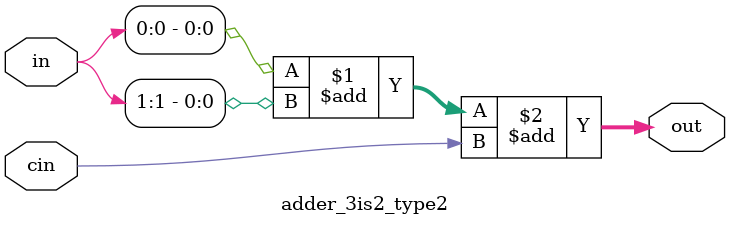
<source format=v>
module adder_3is2_type2 (
input [1:0] in,
input cin,
output [1:0] out);
assign out[1:0] = in[0] + in[1] + cin;
endmodule


</source>
